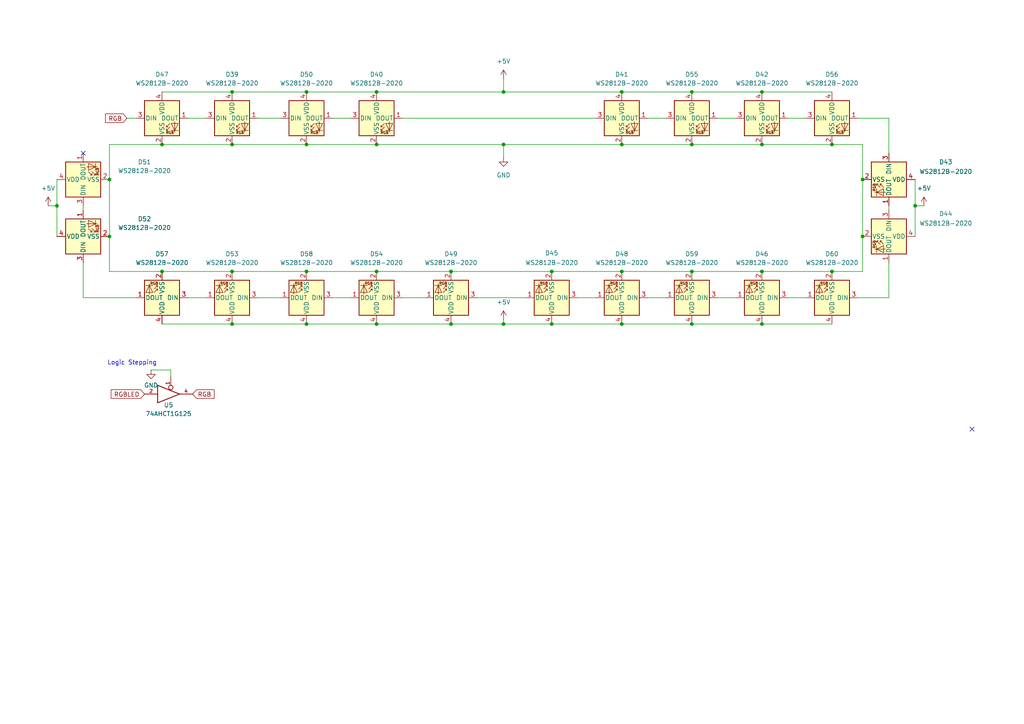
<source format=kicad_sch>
(kicad_sch (version 20231120) (generator "eeschema") (generator_version "8.0")
  (paper "A4")
  (lib_symbols
    (symbol "74xGxx:74AHCT1G125" (pin_names (offset 1.016))
      (property "Reference" "U?" (at -0.635 -5.715 0))
      (property "Value" "74AHCT1G125" (at -0.635 -8.255 0))
      (symbol "74AHCT1G125_0_1"
        (polyline (pts (xy -3.81 2.54) (xy -3.81 -2.54) (xy 2.54 0) (xy -3.81 2.54)) (stroke (width 0.254)))
      )
      (symbol "74AHCT1G125_1_1"
        (pin input inverted (at 0 5.08 270) (length 3.81) (name "~") (number "1"))
        (pin input line (at -7.62 0 0) (length 3.81) (name "~") (number "2"))
        (pin power_in line (at 5.08 -2.54 270) (length 0) hide (name "GND") (number "3"))
        (pin tri_state line (at 6.35 0 180) (length 3.81) (name "~") (number "4"))
        (pin power_in line (at 1.27 1.27 90) (length 0) hide (name "+5V") (number "5"))
      )
    )
    (symbol "cipulot_parts:SK6812MINI" (pin_names (offset 0.254))
      (property "Reference" "D" (at 5.08 5.715 0))
      (property "Value" "SK6812MINI" (at 1.27 -5.715 0))
      (symbol "SK6812MINI_0_0"
        (text "RGB" (at 2.286 -4.191 0) (effects (font (size 0.762 0.762))))
      )
      (symbol "SK6812MINI_0_1"
        (polyline (pts (xy 1.27 -3.556) (xy 1.778 -3.556)))
        (polyline (pts (xy 1.27 -2.54) (xy 1.778 -2.54)))
        (polyline (pts (xy 4.699 -3.556) (xy 2.667 -3.556)))
        (polyline (pts (xy 2.286 -2.54) (xy 1.27 -3.556) (xy 1.27 -3.048)))
        (polyline (pts (xy 2.286 -1.524) (xy 1.27 -2.54) (xy 1.27 -2.032)))
        (polyline (pts (xy 3.683 -1.016) (xy 3.683 -3.556) (xy 3.683 -4.064)))
        (polyline (pts (xy 4.699 -1.524) (xy 2.667 -1.524) (xy 3.683 -3.556) (xy 4.699 -1.524)))
        (rectangle (start 5.08 5.08) (end -5.08 -5.08) (stroke (width 0.254)) (fill (type background)))
      )
      (symbol "SK6812MINI_1_1"
        (pin output line (at 7.62 0 180) (length 2.54) (name "DOUT") (number "1"))
        (pin power_in line (at 0 -7.62 90) (length 2.54) (name "VSS") (number "2"))
        (pin input line (at -7.62 0 0) (length 2.54) (name "DIN") (number "3"))
        (pin power_in line (at 0 7.62 270) (length 2.54) (name "VDD") (number "4"))
      )
    )
    (symbol "power:+5V" (power) (pin_names (offset 0))
      (property "Value" "+5V" (at 0 3.556 0))
      (symbol "+5V_0_1"
        (polyline (pts (xy -0.762 1.27) (xy 0 2.54)))
        (polyline (pts (xy 0 0) (xy 0 2.54)))
        (polyline (pts (xy 0 2.54) (xy 0.762 1.27)))
      )
      (symbol "+5V_1_1"
        (pin power_in line (at 0 0 90) (length 0) hide (name "+5V") (number "1"))
      )
    )
    (symbol "power:GND" (power) (pin_names (offset 0))
      (property "Value" "GND" (at 0 -3.81 0))
      (symbol "GND_0_1"
        (polyline (pts (xy 0 0) (xy 0 -1.27) (xy 1.27 -1.27) (xy 0 -2.54) (xy -1.27 -1.27) (xy 0 -1.27)))
      )
      (symbol "GND_1_1"
        (pin power_in line (at 0 0 270) (length 0) hide (name "GND") (number "1"))
      )
    )
  )
  (junction (at 220.98 78.74))
  (junction (at 67.31 26.67))
  (junction (at 67.31 78.74))
  (junction (at 46.99 41.91))
  (junction (at 241.3 78.74))
  (junction (at 180.34 41.91))
  (junction (at 88.9 78.74))
  (junction (at 200.66 78.74))
  (junction (at 220.98 26.67))
  (junction (at 200.66 93.98))
  (junction (at 146.05 93.98))
  (junction (at 109.22 78.74))
  (junction (at 250.19 68.58))
  (junction (at 46.99 78.74))
  (junction (at 180.34 26.67))
  (junction (at 200.66 41.91))
  (junction (at 241.3 41.91))
  (junction (at 88.9 41.91))
  (junction (at 180.34 93.98))
  (junction (at 265.43 59.69))
  (junction (at 16.51 59.69))
  (junction (at 180.34 78.74))
  (junction (at 146.05 26.67))
  (junction (at 146.05 41.91))
  (junction (at 160.02 78.74))
  (junction (at 31.75 68.58))
  (junction (at 31.75 52.07))
  (junction (at 220.98 93.98))
  (junction (at 88.9 26.67))
  (junction (at 160.02 93.98))
  (junction (at 220.98 41.91))
  (junction (at 130.81 78.74))
  (junction (at 250.19 52.07))
  (junction (at 109.22 26.67))
  (junction (at 200.66 26.67))
  (junction (at 130.81 93.98))
  (junction (at 67.31 41.91))
  (junction (at 109.22 41.91))
  (junction (at 88.9 93.98))
  (junction (at 109.22 93.98))
  (junction (at 67.31 93.98))
  (no_connect (at 24.13 44.45))
  (no_connect (at 281.94 124.46))
  (wire (pts (xy 200.66 93.98) (xy 220.98 93.98)))
  (wire (pts (xy 67.31 78.74) (xy 88.9 78.74)))
  (wire (pts (xy 54.61 86.36) (xy 59.69 86.36)))
  (wire (pts (xy 46.99 93.98) (xy 67.31 93.98)))
  (wire (pts (xy 96.52 86.36) (xy 101.6 86.36)))
  (wire (pts (xy 109.22 78.74) (xy 130.81 78.74)))
  (wire (pts (xy 116.84 86.36) (xy 123.19 86.36)))
  (wire (pts (xy 208.28 34.29) (xy 213.36 34.29)))
  (wire (pts (xy 116.84 34.29) (xy 172.72 34.29)))
  (wire (pts (xy 265.43 59.69) (xy 265.43 68.58)))
  (wire (pts (xy 220.98 78.74) (xy 241.3 78.74)))
  (wire (pts (xy 24.13 59.69) (xy 24.13 60.96)))
  (wire (pts (xy 31.75 41.91) (xy 46.99 41.91)))
  (wire (pts (xy 74.93 86.36) (xy 81.28 86.36)))
  (wire (pts (xy 146.05 22.86) (xy 146.05 26.67)))
  (wire (pts (xy 96.52 34.29) (xy 101.6 34.29)))
  (wire (pts (xy 220.98 93.98) (xy 241.3 93.98)))
  (wire (pts (xy 250.19 52.07) (xy 250.19 41.91)))
  (wire (pts (xy 180.34 93.98) (xy 200.66 93.98)))
  (wire (pts (xy 88.9 41.91) (xy 109.22 41.91)))
  (wire (pts (xy 180.34 26.67) (xy 200.66 26.67)))
  (wire (pts (xy 160.02 78.74) (xy 180.34 78.74)))
  (wire (pts (xy 67.31 26.67) (xy 88.9 26.67)))
  (wire (pts (xy 160.02 93.98) (xy 180.34 93.98)))
  (wire (pts (xy 109.22 26.67) (xy 146.05 26.67)))
  (wire (pts (xy 109.22 93.98) (xy 130.81 93.98)))
  (wire (pts (xy 257.81 34.29) (xy 248.92 34.29)))
  (wire (pts (xy 39.37 86.36) (xy 24.13 86.36)))
  (wire (pts (xy 146.05 93.98) (xy 160.02 93.98)))
  (wire (pts (xy 109.22 41.91) (xy 146.05 41.91)))
  (wire (pts (xy 54.61 34.29) (xy 59.69 34.29)))
  (wire (pts (xy 250.19 41.91) (xy 241.3 41.91)))
  (wire (pts (xy 200.66 78.74) (xy 220.98 78.74)))
  (wire (pts (xy 31.75 52.07) (xy 31.75 68.58)))
  (wire (pts (xy 187.96 86.36) (xy 193.04 86.36)))
  (wire (pts (xy 31.75 41.91) (xy 31.75 52.07)))
  (wire (pts (xy 241.3 78.74) (xy 250.19 78.74)))
  (wire (pts (xy 13.97 59.69) (xy 16.51 59.69)))
  (wire (pts (xy 228.6 86.36) (xy 233.68 86.36)))
  (wire (pts (xy 167.64 86.36) (xy 172.72 86.36)))
  (wire (pts (xy 24.13 86.36) (xy 24.13 76.2)))
  (wire (pts (xy 220.98 26.67) (xy 241.3 26.67)))
  (wire (pts (xy 146.05 26.67) (xy 180.34 26.67)))
  (wire (pts (xy 88.9 93.98) (xy 109.22 93.98)))
  (wire (pts (xy 265.43 59.69) (xy 267.97 59.69)))
  (wire (pts (xy 74.93 34.29) (xy 81.28 34.29)))
  (wire (pts (xy 248.92 86.36) (xy 257.81 86.36)))
  (wire (pts (xy 146.05 92.71) (xy 146.05 93.98)))
  (wire (pts (xy 208.28 86.36) (xy 213.36 86.36)))
  (wire (pts (xy 146.05 45.72) (xy 146.05 41.91)))
  (wire (pts (xy 265.43 52.07) (xy 265.43 59.69)))
  (wire (pts (xy 138.43 86.36) (xy 152.4 86.36)))
  (wire (pts (xy 130.81 78.74) (xy 160.02 78.74)))
  (wire (pts (xy 16.51 52.07) (xy 16.51 59.69)))
  (wire (pts (xy 43.815 107.315) (xy 49.53 107.315)))
  (wire (pts (xy 88.9 26.67) (xy 109.22 26.67)))
  (wire (pts (xy 46.99 78.74) (xy 67.31 78.74)))
  (wire (pts (xy 67.31 41.91) (xy 88.9 41.91)))
  (wire (pts (xy 49.53 107.315) (xy 49.53 109.22)))
  (wire (pts (xy 130.81 93.98) (xy 146.05 93.98)))
  (wire (pts (xy 257.81 86.36) (xy 257.81 76.2)))
  (wire (pts (xy 46.99 26.67) (xy 67.31 26.67)))
  (wire (pts (xy 257.81 44.45) (xy 257.81 34.29)))
  (wire (pts (xy 250.19 78.74) (xy 250.19 68.58)))
  (wire (pts (xy 228.6 34.29) (xy 233.68 34.29)))
  (wire (pts (xy 31.75 68.58) (xy 31.75 78.74)))
  (wire (pts (xy 180.34 78.74) (xy 200.66 78.74)))
  (wire (pts (xy 200.66 26.67) (xy 220.98 26.67)))
  (wire (pts (xy 46.99 41.91) (xy 67.31 41.91)))
  (wire (pts (xy 250.19 52.07) (xy 250.19 68.58)))
  (wire (pts (xy 187.96 34.29) (xy 193.04 34.29)))
  (wire (pts (xy 220.98 41.91) (xy 241.3 41.91)))
  (wire (pts (xy 180.34 41.91) (xy 200.66 41.91)))
  (wire (pts (xy 88.9 78.74) (xy 109.22 78.74)))
  (wire (pts (xy 146.05 41.91) (xy 180.34 41.91)))
  (wire (pts (xy 67.31 93.98) (xy 88.9 93.98)))
  (wire (pts (xy 200.66 41.91) (xy 220.98 41.91)))
  (wire (pts (xy 257.81 59.69) (xy 257.81 60.96)))
  (wire (pts (xy 46.99 78.74) (xy 31.75 78.74)))
  (wire (pts (xy 36.83 34.29) (xy 39.37 34.29)))
  (wire (pts (xy 16.51 59.69) (xy 16.51 68.58)))
  (text "Logic Stepping" (at 31.115 106.045 0) (effects (font (size 1.27 1.27)) (justify left bottom)))
  (global_label "RGB" (shape input) (at 36.83 34.29 180) (property "Intersheetrefs" "${INTERSHEET_REFS}" (effects (hide yes))))
  (global_label "RGB" (shape input) (at 55.88 114.3 0) (property "Intersheetrefs" "${INTERSHEET_REFS}" (effects (hide yes))))
  (global_label "RGBLED" (shape input) (at 41.91 114.3 180) (property "Intersheetrefs" "${INTERSHEET_REFS}" (effects (hide yes))))
  (symbol (lib_id "cipulot_parts:SK6812MINI") (at 180.34 34.29 0) (unit 1)
    (property "Reference" "D41" (at 180.34 21.59 0))
    (property "Value" "WS2812B-2020" (at 180.34 24.13 0))
    (property "Footprint" "PCM_marbastlib-various:LED_WS2812_2020" (effects (hide yes)))
    (property "Datasheet" "http://www.world-semi.com/DownLoadFile/112" (effects (hide yes)))
  )
  (symbol (lib_id "74xGxx:74AHCT1G125") (at 49.53 114.3 0) (unit 1)
    (property "Reference" "U5" (at 48.895 117.475 0))
    (property "Value" "74AHCT1G125" (at 48.895 120.015 0))
    (property "Footprint" "Package_TO_SOT_SMD:SOT-23-5" (effects (hide yes)))
    (property "Datasheet" "http://www.ti.com/lit/sg/scyt129e/scyt129e.pdf" (effects (hide yes)))
  )
  (symbol (lib_id "power:GND") (at 146.05 45.72 0) (unit 1)
    (property "Reference" "#PWR0146" (effects (hide yes)))
    (property "Value" "GND" (at 146.05 50.8 0))
  )
  (symbol (lib_id "cipulot_parts:SK6812MINI") (at 67.31 86.36 180) (unit 1)
    (property "Reference" "D53" (at 67.31 73.66 0))
    (property "Value" "WS2812B-2020" (at 67.31 76.2 0))
    (property "Footprint" "PCM_marbastlib-various:LED_WS2812_2020" (effects (hide yes)))
    (property "Datasheet" "http://www.world-semi.com/DownLoadFile/112" (effects (hide yes)))
  )
  (symbol (lib_id "cipulot_parts:SK6812MINI") (at 46.99 86.36 180) (unit 1)
    (property "Reference" "D57" (at 46.99 73.66 0))
    (property "Value" "WS2812B-2020" (at 46.99 76.2 0))
    (property "Footprint" "PCM_marbastlib-various:LED_WS2812_2020" (effects (hide yes)))
    (property "Datasheet" "http://www.world-semi.com/DownLoadFile/112" (effects (hide yes)))
  )
  (symbol (lib_id "power:+5V") (at 13.97 59.69 0) (unit 1)
    (property "Reference" "#PWR0129" (effects (hide yes)))
    (property "Value" "+5V" (at 13.97 54.61 0))
  )
  (symbol (lib_id "cipulot_parts:SK6812MINI") (at 180.34 86.36 180) (unit 1)
    (property "Reference" "D48" (at 180.34 73.66 0))
    (property "Value" "WS2812B-2020" (at 180.34 76.2 0))
    (property "Footprint" "PCM_marbastlib-various:LED_WS2812_2020" (effects (hide yes)))
    (property "Datasheet" "http://www.world-semi.com/DownLoadFile/112" (effects (hide yes)))
  )
  (symbol (lib_id "power:+5V") (at 146.05 92.71 0) (unit 1)
    (property "Reference" "#PWR0130" (effects (hide yes)))
    (property "Value" "+5V" (at 146.05 87.63 0))
  )
  (symbol (lib_id "cipulot_parts:SK6812MINI") (at 220.98 34.29 0) (unit 1)
    (property "Reference" "D42" (at 220.98 21.59 0))
    (property "Value" "WS2812B-2020" (at 220.98 24.13 0))
    (property "Footprint" "PCM_marbastlib-various:LED_WS2812_2020" (effects (hide yes)))
    (property "Datasheet" "http://www.world-semi.com/DownLoadFile/112" (effects (hide yes)))
  )
  (symbol (lib_id "cipulot_parts:SK6812MINI") (at 130.81 86.36 180) (unit 1)
    (property "Reference" "D49" (at 130.81 73.66 0))
    (property "Value" "WS2812B-2020" (at 130.81 76.2 0))
    (property "Footprint" "PCM_marbastlib-various:LED_WS2812_2020" (effects (hide yes)))
    (property "Datasheet" "http://www.world-semi.com/DownLoadFile/112" (effects (hide yes)))
  )
  (symbol (lib_id "cipulot_parts:SK6812MINI") (at 241.3 34.29 0) (unit 1)
    (property "Reference" "D56" (at 241.3 21.59 0))
    (property "Value" "WS2812B-2020" (at 241.3 24.13 0))
    (property "Footprint" "PCM_marbastlib-various:LED_WS2812_2020" (effects (hide yes)))
    (property "Datasheet" "http://www.world-semi.com/DownLoadFile/112" (effects (hide yes)))
  )
  (symbol (lib_id "cipulot_parts:SK6812MINI") (at 88.9 86.36 180) (unit 1)
    (property "Reference" "D58" (at 88.9 73.66 0))
    (property "Value" "WS2812B-2020" (at 88.9 76.2 0))
    (property "Footprint" "PCM_marbastlib-various:LED_WS2812_2020" (effects (hide yes)))
    (property "Datasheet" "http://www.world-semi.com/DownLoadFile/112" (effects (hide yes)))
  )
  (symbol (lib_id "cipulot_parts:SK6812MINI") (at 220.98 86.36 180) (unit 1)
    (property "Reference" "D46" (at 220.98 73.66 0))
    (property "Value" "WS2812B-2020" (at 220.98 76.2 0))
    (property "Footprint" "PCM_marbastlib-various:LED_WS2812_2020" (effects (hide yes)))
    (property "Datasheet" "http://www.world-semi.com/DownLoadFile/112" (effects (hide yes)))
  )
  (symbol (lib_id "power:GND") (at 43.815 107.315 0) (unit 1)
    (property "Reference" "#PWR0142" (effects (hide yes)))
    (property "Value" "GND" (at 43.815 111.76 0))
  )
  (symbol (lib_id "cipulot_parts:SK6812MINI") (at 24.13 52.07 90) (unit 1)
    (property "Reference" "D51" (at 41.91 46.99 90))
    (property "Value" "WS2812B-2020" (at 41.91 49.53 90))
    (property "Footprint" "PCM_marbastlib-various:LED_WS2812_2020" (effects (hide yes)))
    (property "Datasheet" "http://www.world-semi.com/DownLoadFile/112" (effects (hide yes)))
  )
  (symbol (lib_id "cipulot_parts:SK6812MINI") (at 160.02 86.36 180) (unit 1)
    (property "Reference" "D45" (at 160.02 73.4249 0))
    (property "Value" "WS2812B-2020" (at 160.02 76.2 0))
    (property "Footprint" "PCM_marbastlib-various:LED_WS2812_2020" (effects (hide yes)))
    (property "Datasheet" "http://www.world-semi.com/DownLoadFile/112" (effects (hide yes)))
  )
  (symbol (lib_id "power:+5V") (at 146.05 22.86 0) (unit 1)
    (property "Reference" "#PWR0147" (effects (hide yes)))
    (property "Value" "+5V" (at 146.05 17.78 0))
  )
  (symbol (lib_id "cipulot_parts:SK6812MINI") (at 241.3 86.36 180) (unit 1)
    (property "Reference" "D60" (at 241.3 73.66 0))
    (property "Value" "WS2812B-2020" (at 241.3 76.2 0))
    (property "Footprint" "PCM_marbastlib-various:LED_WS2812_2020" (effects (hide yes)))
    (property "Datasheet" "http://www.world-semi.com/DownLoadFile/112" (effects (hide yes)))
  )
  (symbol (lib_id "cipulot_parts:SK6812MINI") (at 257.81 68.58 270) (unit 1)
    (property "Reference" "D44" (at 274.32 61.9949 90))
    (property "Value" "WS2812B-2020" (at 274.32 64.77 90))
    (property "Footprint" "PCM_marbastlib-various:LED_WS2812_2020" (effects (hide yes)))
    (property "Datasheet" "http://www.world-semi.com/DownLoadFile/112" (effects (hide yes)))
  )
  (symbol (lib_id "cipulot_parts:SK6812MINI") (at 46.99 34.29 0) (unit 1)
    (property "Reference" "D47" (at 46.99 21.59 0))
    (property "Value" "WS2812B-2020" (at 46.99 24.13 0))
    (property "Footprint" "PCM_marbastlib-various:LED_WS2812_2020" (effects (hide yes)))
    (property "Datasheet" "http://www.world-semi.com/DownLoadFile/112" (effects (hide yes)))
  )
  (symbol (lib_id "cipulot_parts:SK6812MINI") (at 257.81 52.07 270) (unit 1)
    (property "Reference" "D43" (at 274.32 46.99 90))
    (property "Value" "WS2812B-2020" (at 274.32 49.7651 90))
    (property "Footprint" "PCM_marbastlib-various:LED_WS2812_2020" (effects (hide yes)))
    (property "Datasheet" "http://www.world-semi.com/DownLoadFile/112" (effects (hide yes)))
  )
  (symbol (lib_id "cipulot_parts:SK6812MINI") (at 200.66 34.29 0) (unit 1)
    (property "Reference" "D55" (at 200.66 21.59 0))
    (property "Value" "WS2812B-2020" (at 200.66 24.13 0))
    (property "Footprint" "PCM_marbastlib-various:LED_WS2812_2020" (effects (hide yes)))
    (property "Datasheet" "http://www.world-semi.com/DownLoadFile/112" (effects (hide yes)))
  )
  (symbol (lib_id "cipulot_parts:SK6812MINI") (at 109.22 86.36 180) (unit 1)
    (property "Reference" "D54" (at 109.22 73.66 0))
    (property "Value" "WS2812B-2020" (at 109.22 76.2 0))
    (property "Footprint" "PCM_marbastlib-various:LED_WS2812_2020" (effects (hide yes)))
    (property "Datasheet" "http://www.world-semi.com/DownLoadFile/112" (effects (hide yes)))
  )
  (symbol (lib_id "cipulot_parts:SK6812MINI") (at 67.31 34.29 0) (unit 1)
    (property "Reference" "D39" (at 67.31 21.59 0))
    (property "Value" "WS2812B-2020" (at 67.31 24.13 0))
    (property "Footprint" "PCM_marbastlib-various:LED_WS2812_2020" (effects (hide yes)))
    (property "Datasheet" "http://www.world-semi.com/DownLoadFile/112" (effects (hide yes)))
  )
  (symbol (lib_id "cipulot_parts:SK6812MINI") (at 109.22 34.29 0) (unit 1)
    (property "Reference" "D40" (at 109.22 21.59 0))
    (property "Value" "WS2812B-2020" (at 109.22 24.13 0))
    (property "Footprint" "PCM_marbastlib-various:LED_WS2812_2020" (effects (hide yes)))
    (property "Datasheet" "http://www.world-semi.com/DownLoadFile/112" (effects (hide yes)))
  )
  (symbol (lib_id "cipulot_parts:SK6812MINI") (at 200.66 86.36 180) (unit 1)
    (property "Reference" "D59" (at 200.66 73.66 0))
    (property "Value" "WS2812B-2020" (at 200.66 76.2 0))
    (property "Footprint" "PCM_marbastlib-various:LED_WS2812_2020" (effects (hide yes)))
    (property "Datasheet" "http://www.world-semi.com/DownLoadFile/112" (effects (hide yes)))
  )
  (symbol (lib_id "power:+5V") (at 267.97 59.69 0) (unit 1)
    (property "Reference" "#PWR0128" (effects (hide yes)))
    (property "Value" "+5V" (at 267.97 54.61 0))
  )
  (symbol (lib_id "cipulot_parts:SK6812MINI") (at 88.9 34.29 0) (unit 1)
    (property "Reference" "D50" (at 88.9 21.59 0))
    (property "Value" "WS2812B-2020" (at 88.9 24.13 0))
    (property "Footprint" "PCM_marbastlib-various:LED_WS2812_2020" (effects (hide yes)))
    (property "Datasheet" "http://www.world-semi.com/DownLoadFile/112" (effects (hide yes)))
  )
  (symbol (lib_id "cipulot_parts:SK6812MINI") (at 24.13 68.58 90) (unit 1)
    (property "Reference" "D52" (at 41.91 63.5 90))
    (property "Value" "WS2812B-2020" (at 41.91 66.04 90))
    (property "Footprint" "PCM_marbastlib-various:LED_WS2812_2020" (effects (hide yes)))
    (property "Datasheet" "http://www.world-semi.com/DownLoadFile/112" (effects (hide yes)))
  )
)
</source>
